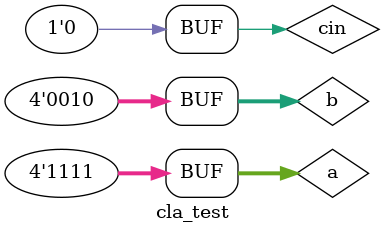
<source format=v>
`timescale 1ns / 1ps


module cla_test;

	// Inputs
	reg [3:0] a;
	reg [3:0] b;
	reg cin;

	// Outputs
	wire [3:0] s;
	wire cout;

	// Instantiate the Unit Under Test (UUT)
	cla uut (
		.a(a), 
		.b(b), 
		.s(s), 
		.cout(cout), 
		.cin(cin)
	);

	initial begin
		a = 4'b1111;
		b = 4'b0010;
		cin = 0;
		#100;
        
	end
      
endmodule


</source>
